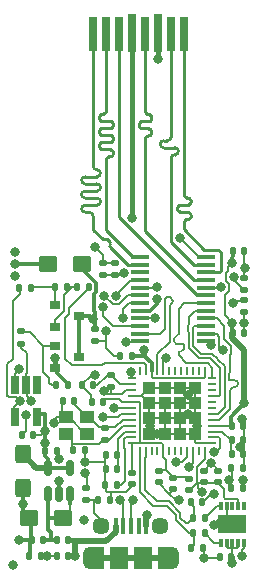
<source format=gtl>
%TF.GenerationSoftware,KiCad,Pcbnew,6.0.6*%
%TF.CreationDate,2022-08-23T18:22:02-07:00*%
%TF.ProjectId,SDWire,53445769-7265-42e6-9b69-6361645f7063,1.4 r1*%
%TF.SameCoordinates,Original*%
%TF.FileFunction,Copper,L1,Top*%
%TF.FilePolarity,Positive*%
%FSLAX46Y46*%
G04 Gerber Fmt 4.6, Leading zero omitted, Abs format (unit mm)*
G04 Created by KiCad (PCBNEW 6.0.6) date 2022-08-23 18:22:02*
%MOMM*%
%LPD*%
G01*
G04 APERTURE LIST*
G04 Aperture macros list*
%AMRoundRect*
0 Rectangle with rounded corners*
0 $1 Rounding radius*
0 $2 $3 $4 $5 $6 $7 $8 $9 X,Y pos of 4 corners*
0 Add a 4 corners polygon primitive as box body*
4,1,4,$2,$3,$4,$5,$6,$7,$8,$9,$2,$3,0*
0 Add four circle primitives for the rounded corners*
1,1,$1+$1,$2,$3*
1,1,$1+$1,$4,$5*
1,1,$1+$1,$6,$7*
1,1,$1+$1,$8,$9*
0 Add four rect primitives between the rounded corners*
20,1,$1+$1,$2,$3,$4,$5,0*
20,1,$1+$1,$4,$5,$6,$7,0*
20,1,$1+$1,$6,$7,$8,$9,0*
20,1,$1+$1,$8,$9,$2,$3,0*%
G04 Aperture macros list end*
%TA.AperFunction,SMDPad,CuDef*%
%ADD10RoundRect,0.140000X0.170000X-0.140000X0.170000X0.140000X-0.170000X0.140000X-0.170000X-0.140000X0*%
%TD*%
%TA.AperFunction,SMDPad,CuDef*%
%ADD11RoundRect,0.140000X0.140000X0.170000X-0.140000X0.170000X-0.140000X-0.170000X0.140000X-0.170000X0*%
%TD*%
%TA.AperFunction,SMDPad,CuDef*%
%ADD12RoundRect,0.140000X-0.140000X-0.170000X0.140000X-0.170000X0.140000X0.170000X-0.140000X0.170000X0*%
%TD*%
%TA.AperFunction,SMDPad,CuDef*%
%ADD13RoundRect,0.250000X0.537500X0.425000X-0.537500X0.425000X-0.537500X-0.425000X0.537500X-0.425000X0*%
%TD*%
%TA.AperFunction,SMDPad,CuDef*%
%ADD14RoundRect,0.140000X-0.170000X0.140000X-0.170000X-0.140000X0.170000X-0.140000X0.170000X0.140000X0*%
%TD*%
%TA.AperFunction,SMDPad,CuDef*%
%ADD15RoundRect,0.250000X-0.425000X0.537500X-0.425000X-0.537500X0.425000X-0.537500X0.425000X0.537500X0*%
%TD*%
%TA.AperFunction,SMDPad,CuDef*%
%ADD16RoundRect,0.147500X-0.147500X-0.172500X0.147500X-0.172500X0.147500X0.172500X-0.147500X0.172500X0*%
%TD*%
%TA.AperFunction,SMDPad,CuDef*%
%ADD17R,0.800000X2.900000*%
%TD*%
%TA.AperFunction,SMDPad,CuDef*%
%ADD18R,0.800000X3.200000*%
%TD*%
%TA.AperFunction,SMDPad,CuDef*%
%ADD19R,0.400000X1.350000*%
%TD*%
%TA.AperFunction,SMDPad,CuDef*%
%ADD20R,1.200000X1.900000*%
%TD*%
%TA.AperFunction,ComponentPad*%
%ADD21C,1.450000*%
%TD*%
%TA.AperFunction,ComponentPad*%
%ADD22O,1.200000X1.900000*%
%TD*%
%TA.AperFunction,SMDPad,CuDef*%
%ADD23R,1.500000X1.900000*%
%TD*%
%TA.AperFunction,SMDPad,CuDef*%
%ADD24R,0.900000X0.800000*%
%TD*%
%TA.AperFunction,SMDPad,CuDef*%
%ADD25RoundRect,0.135000X0.185000X-0.135000X0.185000X0.135000X-0.185000X0.135000X-0.185000X-0.135000X0*%
%TD*%
%TA.AperFunction,SMDPad,CuDef*%
%ADD26RoundRect,0.135000X-0.135000X-0.185000X0.135000X-0.185000X0.135000X0.185000X-0.135000X0.185000X0*%
%TD*%
%TA.AperFunction,SMDPad,CuDef*%
%ADD27RoundRect,0.135000X-0.185000X0.135000X-0.185000X-0.135000X0.185000X-0.135000X0.185000X0.135000X0*%
%TD*%
%TA.AperFunction,SMDPad,CuDef*%
%ADD28RoundRect,0.135000X0.135000X0.185000X-0.135000X0.185000X-0.135000X-0.185000X0.135000X-0.185000X0*%
%TD*%
%TA.AperFunction,SMDPad,CuDef*%
%ADD29R,0.250000X0.700000*%
%TD*%
%TA.AperFunction,SMDPad,CuDef*%
%ADD30R,0.700000X0.250000*%
%TD*%
%TA.AperFunction,SMDPad,CuDef*%
%ADD31R,1.000000X1.000000*%
%TD*%
%TA.AperFunction,SMDPad,CuDef*%
%ADD32R,0.300000X0.650000*%
%TD*%
%TA.AperFunction,SMDPad,CuDef*%
%ADD33R,2.480000X1.550000*%
%TD*%
%TA.AperFunction,SMDPad,CuDef*%
%ADD34R,0.650000X1.560000*%
%TD*%
%TA.AperFunction,SMDPad,CuDef*%
%ADD35R,1.600000X0.350000*%
%TD*%
%TA.AperFunction,SMDPad,CuDef*%
%ADD36RoundRect,0.150000X0.150000X-0.512500X0.150000X0.512500X-0.150000X0.512500X-0.150000X-0.512500X0*%
%TD*%
%TA.AperFunction,SMDPad,CuDef*%
%ADD37RoundRect,0.147500X0.147500X0.172500X-0.147500X0.172500X-0.147500X-0.172500X0.147500X-0.172500X0*%
%TD*%
%TA.AperFunction,ComponentPad*%
%ADD38C,0.800000*%
%TD*%
%TA.AperFunction,SMDPad,CuDef*%
%ADD39R,1.150000X1.000000*%
%TD*%
%TA.AperFunction,SMDPad,CuDef*%
%ADD40RoundRect,0.147500X0.172500X-0.147500X0.172500X0.147500X-0.172500X0.147500X-0.172500X-0.147500X0*%
%TD*%
%TA.AperFunction,ViaPad*%
%ADD41C,0.800000*%
%TD*%
%TA.AperFunction,Conductor*%
%ADD42C,0.200000*%
%TD*%
%TA.AperFunction,Conductor*%
%ADD43C,0.250000*%
%TD*%
%TA.AperFunction,Conductor*%
%ADD44C,0.300000*%
%TD*%
%TA.AperFunction,Conductor*%
%ADD45C,0.400000*%
%TD*%
%TA.AperFunction,Conductor*%
%ADD46C,0.500000*%
%TD*%
G04 APERTURE END LIST*
D10*
X143357600Y-126680000D03*
X143357600Y-125720000D03*
D11*
X144030000Y-117000000D03*
X143070000Y-117000000D03*
D12*
X142320000Y-122500000D03*
X143280000Y-122500000D03*
D11*
X142380000Y-118300000D03*
X141420000Y-118300000D03*
X146030000Y-122900000D03*
X145070000Y-122900000D03*
D12*
X155720000Y-121600000D03*
X156680000Y-121600000D03*
X155720000Y-122800000D03*
X156680000Y-122800000D03*
D13*
X141442300Y-128219200D03*
X138567300Y-128219200D03*
D12*
X139970000Y-122529600D03*
X140930000Y-122529600D03*
D14*
X147300000Y-124420000D03*
X147300000Y-125380000D03*
D11*
X147280000Y-114500000D03*
X146320000Y-114500000D03*
D15*
X138047300Y-122782226D03*
X138047300Y-125657226D03*
D11*
X144853600Y-118364000D03*
X143893600Y-118364000D03*
D14*
X150800000Y-124820000D03*
X150800000Y-125780000D03*
D12*
X155720000Y-120400000D03*
X156680000Y-120400000D03*
D10*
X154600000Y-125180000D03*
X154600000Y-124220000D03*
X153400000Y-125180000D03*
X153400000Y-124220000D03*
D12*
X152320000Y-130800000D03*
X153280000Y-130800000D03*
X152270000Y-126900000D03*
X153230000Y-126900000D03*
D11*
X155680000Y-131500000D03*
X154720000Y-131500000D03*
X138910000Y-121208800D03*
X137950000Y-121208800D03*
D14*
X144145000Y-112245200D03*
X144145000Y-113205200D03*
D13*
X143037500Y-106700000D03*
X140162500Y-106700000D03*
D16*
X155715000Y-125679200D03*
X156685000Y-125679200D03*
D17*
X144000000Y-87280000D03*
X145100000Y-87280000D03*
X146200000Y-87280000D03*
D18*
X147300000Y-87130000D03*
D17*
X148400000Y-87280000D03*
D18*
X149500000Y-87130000D03*
D17*
X150600000Y-87280000D03*
X151700000Y-87280000D03*
D16*
X140912300Y-130094726D03*
X141882300Y-130094726D03*
X142665000Y-108700000D03*
X143635000Y-108700000D03*
D19*
X145900000Y-128941100D03*
X146550000Y-128941100D03*
X147200000Y-128941100D03*
X147850000Y-128941100D03*
X148500000Y-128941100D03*
D20*
X150100000Y-131641100D03*
D21*
X144700000Y-128941100D03*
X149700000Y-128941100D03*
D22*
X150700000Y-131641100D03*
D20*
X144300000Y-131641100D03*
D23*
X148200000Y-131641100D03*
D22*
X143700000Y-131641100D03*
D23*
X146200000Y-131641100D03*
D24*
X140800000Y-110150000D03*
X140800000Y-112050000D03*
X142800000Y-111100000D03*
X140800000Y-113650000D03*
X140800000Y-115550000D03*
X142800000Y-114600000D03*
D25*
X145500000Y-117160000D03*
X145500000Y-116140000D03*
D26*
X144422400Y-126695200D03*
X145442400Y-126695200D03*
D27*
X144983200Y-120597200D03*
X144983200Y-121617200D03*
D28*
X146060000Y-125400000D03*
X145040000Y-125400000D03*
D26*
X155690000Y-124000000D03*
X156710000Y-124000000D03*
D28*
X153510000Y-129500000D03*
X152490000Y-129500000D03*
X153510000Y-128200000D03*
X152490000Y-128200000D03*
D26*
X140740000Y-108700000D03*
X141760000Y-108700000D03*
X140840000Y-117000000D03*
X141860000Y-117000000D03*
D29*
X147950000Y-122550000D03*
X148450000Y-122550000D03*
X148950000Y-122550000D03*
X149450000Y-122550000D03*
X149950000Y-122550000D03*
X150450000Y-122550000D03*
X150950000Y-122550000D03*
X151450000Y-122550000D03*
X151950000Y-122550000D03*
X152450000Y-122550000D03*
X152950000Y-122550000D03*
X153450000Y-122550000D03*
D30*
X154100000Y-121900000D03*
X154100000Y-121400000D03*
X154100000Y-120900000D03*
X154100000Y-120400000D03*
X154100000Y-119900000D03*
X154100000Y-119400000D03*
X154100000Y-118900000D03*
X154100000Y-118400000D03*
X154100000Y-117900000D03*
X154100000Y-117400000D03*
X154100000Y-116900000D03*
X154100000Y-116400000D03*
D29*
X153450000Y-115750000D03*
X152950000Y-115750000D03*
X152450000Y-115750000D03*
X151950000Y-115750000D03*
X151450000Y-115750000D03*
X150950000Y-115750000D03*
X150450000Y-115750000D03*
X149950000Y-115750000D03*
X149450000Y-115750000D03*
X148950000Y-115750000D03*
X148450000Y-115750000D03*
X147950000Y-115750000D03*
D30*
X147300000Y-116400000D03*
X147300000Y-116900000D03*
X147300000Y-117400000D03*
X147300000Y-117900000D03*
X147300000Y-118400000D03*
X147300000Y-118900000D03*
X147300000Y-119400000D03*
X147300000Y-119900000D03*
X147300000Y-120400000D03*
X147300000Y-120900000D03*
X147300000Y-121400000D03*
X147300000Y-121900000D03*
D31*
X151343750Y-119793750D03*
X148768750Y-121081250D03*
X151343750Y-117218750D03*
X150056250Y-118506250D03*
X148768750Y-119793750D03*
X152631250Y-119793750D03*
X148768750Y-118506250D03*
X152631250Y-118506250D03*
X151343750Y-118506250D03*
X151343750Y-121081250D03*
X152631250Y-117218750D03*
X148768750Y-117218750D03*
X150056250Y-119793750D03*
X150056250Y-117218750D03*
X150056250Y-121081250D03*
X152631250Y-121081250D03*
D32*
X154800000Y-130300000D03*
X155300000Y-130300000D03*
X155800000Y-130300000D03*
X156300000Y-130300000D03*
X156800000Y-130300000D03*
X156800000Y-127200000D03*
X156300000Y-127200000D03*
X155800000Y-127200000D03*
X155300000Y-127200000D03*
X154800000Y-127200000D03*
D33*
X155800000Y-128750000D03*
D34*
X139250000Y-116950000D03*
X138300000Y-116950000D03*
X137350000Y-116950000D03*
X137350000Y-119650000D03*
X139250000Y-119650000D03*
D35*
X148000000Y-106125000D03*
X148000000Y-106775000D03*
X148000000Y-107425000D03*
X148000000Y-108075000D03*
X148000000Y-108725000D03*
X148000000Y-109375000D03*
X148000000Y-110025000D03*
X148000000Y-110675000D03*
X148000000Y-111325000D03*
X148000000Y-111975000D03*
X148000000Y-112625000D03*
X148000000Y-113275000D03*
X153600000Y-113275000D03*
X153600000Y-112625000D03*
X153600000Y-111975000D03*
X153600000Y-111325000D03*
X153600000Y-110675000D03*
X153600000Y-110025000D03*
X153600000Y-109375000D03*
X153600000Y-108725000D03*
X153600000Y-108075000D03*
X153600000Y-107425000D03*
X153600000Y-106775000D03*
X153600000Y-106125000D03*
D36*
X140147300Y-126232226D03*
X141097300Y-126232226D03*
X142047300Y-126232226D03*
X142047300Y-123957226D03*
X140147300Y-123957226D03*
D28*
X139610000Y-131400000D03*
X138590000Y-131400000D03*
D25*
X156800000Y-110810000D03*
X156800000Y-109790000D03*
D27*
X156800000Y-107890000D03*
X156800000Y-108910000D03*
D16*
X140915000Y-131400000D03*
X141885000Y-131400000D03*
D37*
X156785000Y-112600000D03*
X155815000Y-112600000D03*
X156785000Y-105600000D03*
X155815000Y-105600000D03*
D38*
X145100000Y-112400000D03*
X137400000Y-105700000D03*
X137400000Y-106700000D03*
X137400000Y-107700000D03*
X144200000Y-105300000D03*
X143300000Y-123500000D03*
X143300000Y-124400000D03*
X143200000Y-128400000D03*
X148590000Y-127965200D03*
X151300000Y-126700000D03*
X154200000Y-126200000D03*
X154200000Y-128800000D03*
X153400000Y-131600000D03*
X152800000Y-120400000D03*
X152000000Y-119400000D03*
X149400000Y-121100000D03*
X148800000Y-120400000D03*
D39*
X141725000Y-121100000D03*
X143475000Y-121100000D03*
X143475000Y-119700000D03*
X141725000Y-119700000D03*
D38*
X137720000Y-115620000D03*
D27*
X137920000Y-112430000D03*
X137920000Y-113450000D03*
D28*
X138750000Y-108760000D03*
X137730000Y-108760000D03*
D40*
X152100000Y-125885000D03*
X152100000Y-124915000D03*
D14*
X149600000Y-124220000D03*
X149600000Y-125180000D03*
D11*
X146030000Y-124100000D03*
X145070000Y-124100000D03*
X139777300Y-130094726D03*
X138817300Y-130094726D03*
D38*
X151993600Y-117805200D03*
D10*
X145846800Y-107617200D03*
X145846800Y-106657200D03*
D38*
X137210800Y-132232400D03*
D25*
X144830800Y-107647200D03*
X144830800Y-106627200D03*
D41*
X149500000Y-89400000D03*
X154800000Y-108700000D03*
X144170400Y-116078000D03*
X149400000Y-108700000D03*
X156427624Y-122203606D03*
X138300000Y-119500000D03*
X138047300Y-127000000D03*
X137700000Y-130100000D03*
X141100000Y-125100000D03*
X140652710Y-120200010D03*
X141126371Y-123255226D03*
X156644968Y-119800000D03*
X154000000Y-123600000D03*
X144951364Y-117459998D03*
X148300000Y-114040002D03*
X156800000Y-118500000D03*
X153200000Y-126000000D03*
X139900000Y-121900000D03*
X155800000Y-106600000D03*
X155800000Y-132000000D03*
X139918535Y-120864156D03*
X155800000Y-111700000D03*
X149400000Y-109700000D03*
X144018000Y-111353600D03*
X155510106Y-124984694D03*
X147225521Y-115901471D03*
X156667200Y-124968000D03*
X140800000Y-114650096D03*
X147300000Y-102800000D03*
X146500000Y-111300000D03*
X142450000Y-131400000D03*
X144877814Y-119712151D03*
X146300058Y-126700000D03*
X145800000Y-118900000D03*
X147400016Y-126700000D03*
X155000000Y-114000000D03*
X151400000Y-104500000D03*
X138772656Y-118300005D03*
X156640042Y-131400000D03*
X155909930Y-107800000D03*
X154000000Y-113600000D03*
X150200000Y-114700000D03*
X155853956Y-110027565D03*
X137782706Y-118310087D03*
X154200000Y-122625002D03*
X140100000Y-131400000D03*
X156800000Y-111700000D03*
X156870400Y-107035600D03*
X151057012Y-123490002D03*
X152114054Y-123911755D03*
X145948400Y-109423200D03*
X144933873Y-109400211D03*
X144830800Y-110388400D03*
X149200000Y-111325000D03*
X146800000Y-113300000D03*
X146610498Y-107442000D03*
D42*
X149450000Y-115750000D02*
X149450000Y-114350000D01*
X149450000Y-114350000D02*
X150500000Y-113300000D01*
X150500000Y-113300000D02*
X150500000Y-110266400D01*
X150500000Y-110266400D02*
X150723600Y-109880400D01*
X150723600Y-109880400D02*
X150469600Y-109474000D01*
X150469600Y-109474000D02*
X150317200Y-109474000D01*
X150317200Y-109474000D02*
X150114000Y-109575600D01*
X150114000Y-109575600D02*
X150114000Y-112186000D01*
X150114000Y-112186000D02*
X149675000Y-112625000D01*
X149675000Y-112625000D02*
X148000000Y-112625000D01*
X151231600Y-114452400D02*
X151231600Y-114300000D01*
X151481600Y-113450000D02*
X151231600Y-113450000D01*
X154100000Y-116400000D02*
X154100000Y-115500000D01*
X151879200Y-115100000D02*
X151231600Y-114452400D01*
X154100000Y-115500000D02*
X153700000Y-115100000D01*
X151481600Y-114050000D02*
G75*
G03*
X151231600Y-114300000I0J-250000D01*
G01*
X151056600Y-112850000D02*
G75*
G03*
X150881600Y-113025000I0J-175000D01*
G01*
X150881600Y-113275000D02*
G75*
G03*
X151056600Y-113450000I175000J0D01*
G01*
X151731600Y-113800000D02*
X151731600Y-113700000D01*
X151481600Y-113450000D02*
G75*
G02*
X151731600Y-113700000I0J-250000D01*
G01*
X151231600Y-112675000D02*
G75*
G02*
X151056600Y-112850000I-175000J0D01*
G01*
X151731600Y-113800000D02*
G75*
G02*
X151481600Y-114050000I-250000J0D01*
G01*
X153700000Y-115100000D02*
X151879200Y-115100000D01*
X151231600Y-113450000D02*
X151056600Y-113450000D01*
X150881600Y-113275000D02*
X150881600Y-113025000D01*
X151231600Y-112675000D02*
X151231600Y-112453586D01*
X151231600Y-112453586D02*
X151231600Y-110490000D01*
X151231600Y-110490000D02*
X151696600Y-110025000D01*
X151696600Y-110025000D02*
X153600000Y-110025000D01*
X155900011Y-116549989D02*
X155550011Y-116549989D01*
X155500011Y-116499989D02*
G75*
G03*
X155550011Y-116549989I49989J-11D01*
G01*
X155900011Y-117149989D02*
X155975662Y-117149989D01*
X154680702Y-119900000D02*
X155600011Y-118980691D01*
X155600011Y-115899989D02*
X155600011Y-114965007D01*
X154100000Y-119900000D02*
X154680702Y-119900000D01*
X155550011Y-115950011D02*
G75*
G03*
X155500011Y-115999989I-11J-49989D01*
G01*
X155975662Y-116549989D02*
X155900011Y-116549989D01*
X155599989Y-115899989D02*
G75*
G02*
X155550011Y-115949989I-49989J-11D01*
G01*
X155600011Y-118980691D02*
X155600011Y-117449989D01*
X155500011Y-116499989D02*
X155500011Y-115999989D01*
X155975662Y-116550038D02*
G75*
G02*
X156275662Y-116849989I38J-299962D01*
G01*
X155700000Y-114350800D02*
X155700000Y-113700000D01*
X156275689Y-116849989D02*
G75*
G02*
X155975662Y-117149989I-299989J-11D01*
G01*
X155900011Y-117150011D02*
G75*
G03*
X155600011Y-117449989I-11J-299989D01*
G01*
X155700000Y-113700000D02*
X155100012Y-113100012D01*
X155600011Y-114965007D02*
X155600011Y-114450789D01*
X155600011Y-114450789D02*
X155700000Y-114350800D01*
X155100012Y-113100012D02*
X155100012Y-111970812D01*
X155100012Y-111970812D02*
X154454200Y-111325000D01*
X154454200Y-111325000D02*
X153600000Y-111325000D01*
X151999988Y-112426012D02*
X151999988Y-111926012D01*
X152099988Y-111826012D02*
X152099988Y-111326012D01*
X152049988Y-112476012D02*
G75*
G02*
X152099988Y-112526012I12J-49988D01*
G01*
X152099988Y-113855690D02*
X152099988Y-112526012D01*
X154750001Y-117799999D02*
X154750001Y-115519121D01*
X153930880Y-114700000D02*
X152944298Y-114700000D01*
X154750001Y-115519121D02*
X153930880Y-114700000D01*
X154650000Y-117900000D02*
X154750001Y-117799999D01*
X154100000Y-117900000D02*
X154650000Y-117900000D01*
X151999988Y-112426012D02*
G75*
G03*
X152049988Y-112476012I50012J12D01*
G01*
X152100012Y-111826012D02*
G75*
G02*
X152049988Y-111876012I-50012J12D01*
G01*
X152049988Y-111875988D02*
G75*
G03*
X151999988Y-111926012I12J-50012D01*
G01*
X152099988Y-111326012D02*
X152099988Y-111175012D01*
X152944298Y-114700000D02*
X152099988Y-113855690D01*
X152600000Y-110675000D02*
X153600000Y-110675000D01*
X152099988Y-111175012D02*
X152600000Y-110675000D01*
D43*
X149970036Y-96268000D02*
X150300000Y-96268000D01*
X150900000Y-96868000D02*
X149970036Y-96868000D01*
X150600000Y-104825000D02*
X150600000Y-97768000D01*
X152550000Y-106775000D02*
X150600000Y-104825000D01*
X150900000Y-97468000D02*
X150929964Y-97468000D01*
X149670000Y-96568000D02*
G75*
G03*
X149970036Y-96868000I300000J0D01*
G01*
X153600000Y-106775000D02*
X152550000Y-106775000D01*
X150600000Y-95968000D02*
G75*
G02*
X150300000Y-96268000I-300000J0D01*
G01*
X150600000Y-92802970D02*
X150600000Y-87280000D01*
X149970036Y-96268036D02*
G75*
G03*
X149670036Y-96568000I-36J-299964D01*
G01*
X150929964Y-96868036D02*
G75*
G02*
X151229964Y-97168000I36J-299964D01*
G01*
X151230000Y-97168000D02*
G75*
G02*
X150929964Y-97468000I-300000J0D01*
G01*
X150929964Y-96868000D02*
X150900000Y-96868000D01*
X150900000Y-97468000D02*
G75*
G03*
X150600000Y-97768000I0J-300000D01*
G01*
X150600000Y-95968000D02*
X150600000Y-92802970D01*
D42*
X154100000Y-119400000D02*
X154615002Y-119400000D01*
X154615002Y-119400000D02*
X155150012Y-118864990D01*
X154610587Y-114814007D02*
X154610587Y-114808686D01*
X152499999Y-112075001D02*
X152600000Y-111975000D01*
X155150012Y-118864990D02*
X155150012Y-115353432D01*
X152499999Y-113690001D02*
X152499999Y-112075001D01*
X155150012Y-115353432D02*
X154610587Y-114814007D01*
X154610587Y-114808686D02*
X154584325Y-114787744D01*
X154584325Y-114787744D02*
X154096581Y-114300000D01*
X153109998Y-114300000D02*
X152499999Y-113690001D01*
X154096581Y-114300000D02*
X153109998Y-114300000D01*
X152600000Y-111975000D02*
X153600000Y-111975000D01*
D44*
X137705274Y-130094726D02*
X137700000Y-130100000D01*
D42*
X147300000Y-117900000D02*
X148087500Y-117900000D01*
X151737500Y-119400000D02*
X151343750Y-119793750D01*
X145500000Y-126200000D02*
X145500000Y-126000000D01*
X141350000Y-119325000D02*
X141725000Y-119700000D01*
X150056250Y-119793750D02*
X151343750Y-119793750D01*
X150056250Y-118506250D02*
X150056250Y-119793750D01*
D44*
X140225000Y-106700000D02*
X137400000Y-106700000D01*
D42*
X145500000Y-126700000D02*
X145500000Y-126200000D01*
D44*
X138747300Y-130094726D02*
X137705274Y-130094726D01*
X156420000Y-128362500D02*
X154637500Y-128362500D01*
D42*
X145000000Y-125300000D02*
X145100000Y-125400000D01*
X156750000Y-121600000D02*
X156750000Y-122200000D01*
X145750000Y-114500000D02*
X145100000Y-113850000D01*
X148800000Y-121050000D02*
X148768750Y-121081250D01*
X145100000Y-125900000D02*
X145100000Y-125400000D01*
X143850000Y-117850000D02*
X143000000Y-117000000D01*
X141725000Y-119700000D02*
X140950000Y-119700000D01*
X150056250Y-117218750D02*
X151343750Y-117218750D01*
X156750000Y-120400000D02*
X156750000Y-121600000D01*
X145000000Y-122900000D02*
X145000000Y-123500000D01*
D44*
X138047300Y-127636700D02*
X138629800Y-128219200D01*
D42*
X151000000Y-126700000D02*
X151300000Y-126700000D01*
X148162500Y-117900000D02*
X148768750Y-118506250D01*
X152631250Y-118506250D02*
X152631250Y-119793750D01*
X151343750Y-118506250D02*
X152631250Y-118506250D01*
X153350000Y-130800000D02*
X153350000Y-131550000D01*
X154000000Y-126200000D02*
X153300000Y-126900000D01*
D44*
X138747300Y-128336700D02*
X138629800Y-128219200D01*
D42*
X156750000Y-123900000D02*
X156650000Y-124000000D01*
X143500000Y-125650000D02*
X143500000Y-124600000D01*
X147300000Y-125450000D02*
X147300000Y-125500000D01*
X154100000Y-121900000D02*
X152750000Y-121900000D01*
D44*
X154200000Y-128800000D02*
X156082500Y-128800000D01*
D42*
X149381250Y-121081250D02*
X149400000Y-121100000D01*
X145100000Y-113248400D02*
X145100000Y-112400000D01*
X143850000Y-117850000D02*
X143850000Y-118300000D01*
X154775000Y-108725000D02*
X154800000Y-108700000D01*
X145000000Y-123500000D02*
X145000000Y-124100000D01*
X145073200Y-113275200D02*
X145100000Y-113248400D01*
D44*
X138047300Y-127000000D02*
X138047300Y-127636700D01*
D42*
X155300000Y-128242500D02*
X155180000Y-128362500D01*
X150800000Y-125850000D02*
X150750000Y-125850000D01*
X154050000Y-123600000D02*
X154600000Y-124150000D01*
X145000000Y-124100000D02*
X145000000Y-125300000D01*
D44*
X138047300Y-125594726D02*
X138047300Y-127000000D01*
D42*
X137350000Y-115990000D02*
X137720000Y-115620000D01*
X156431230Y-122200000D02*
X156427624Y-122203606D01*
X153350000Y-131550000D02*
X153400000Y-131600000D01*
X140652710Y-119997290D02*
X140652710Y-120200010D01*
X143922000Y-116078000D02*
X144170400Y-116078000D01*
X143350000Y-122500000D02*
X143350000Y-123450000D01*
D44*
X138650000Y-130192026D02*
X138747300Y-130094726D01*
D42*
X145200000Y-126000000D02*
X145100000Y-125900000D01*
D44*
X138747300Y-130094726D02*
X138747300Y-128336700D01*
D42*
X148768750Y-121081250D02*
X148768750Y-119793750D01*
X144860800Y-106657200D02*
X144830800Y-106627200D01*
X152631250Y-117218750D02*
X152631250Y-118506250D01*
D44*
X156750000Y-120400000D02*
X156750000Y-119850000D01*
D42*
X144145000Y-113275200D02*
X145073200Y-113275200D01*
X148768750Y-120368750D02*
X148800000Y-120400000D01*
X148000000Y-108725000D02*
X149375000Y-108725000D01*
X141725000Y-119700000D02*
X141940002Y-119700000D01*
X143340002Y-121100000D02*
X143475000Y-121100000D01*
X150037500Y-121100000D02*
X150056250Y-121081250D01*
X143500000Y-124600000D02*
X143300000Y-124400000D01*
X143000000Y-117000000D02*
X143922000Y-116078000D01*
D45*
X149500000Y-87130000D02*
X149500000Y-89400000D01*
D42*
X152000000Y-119400000D02*
X151737500Y-119400000D01*
X153600000Y-108725000D02*
X154775000Y-108725000D01*
X138300000Y-120858800D02*
X138300000Y-119500000D01*
D46*
X148500000Y-128055200D02*
X148590000Y-127965200D01*
D42*
X153400000Y-131600000D02*
X154550000Y-131600000D01*
X145100000Y-113850000D02*
X145100000Y-113248400D01*
D44*
X141097300Y-126194726D02*
X141097300Y-125102700D01*
D42*
X146800000Y-126000000D02*
X145500000Y-126000000D01*
X154000000Y-123600000D02*
X154050000Y-123600000D01*
X154200000Y-126200000D02*
X154000000Y-126200000D01*
X153450000Y-124150000D02*
X154000000Y-123600000D01*
X140930000Y-123058855D02*
X141126371Y-123255226D01*
X155180000Y-128362500D02*
X155180000Y-129137500D01*
X148768750Y-119793750D02*
X150056250Y-119793750D01*
X155300000Y-127200000D02*
X155300000Y-128242500D01*
X152631250Y-121081250D02*
X152631250Y-119793750D01*
X148768750Y-118506250D02*
X148768750Y-119793750D01*
D46*
X148500000Y-128941100D02*
X148500000Y-128055200D01*
D42*
X152750000Y-121900000D02*
X152631250Y-121781250D01*
X149600000Y-125250000D02*
X149600000Y-125300000D01*
X141350000Y-118300000D02*
X141350000Y-119325000D01*
X150750000Y-125850000D02*
X150450000Y-126150000D01*
X152631250Y-119793750D02*
X151343750Y-119793750D01*
X151343750Y-121081250D02*
X152631250Y-121081250D01*
X156750000Y-122800000D02*
X156750000Y-123900000D01*
X145500000Y-126000000D02*
X145200000Y-126000000D01*
X149400000Y-121100000D02*
X150037500Y-121100000D01*
X154550000Y-131600000D02*
X154650000Y-131500000D01*
X149375000Y-108725000D02*
X149400000Y-108700000D01*
X144830800Y-106627200D02*
X144830800Y-105930800D01*
D44*
X156750000Y-119850000D02*
X156700000Y-119800000D01*
D42*
X140950000Y-119700000D02*
X140652710Y-119997290D01*
X140930000Y-122529600D02*
X140930000Y-123058855D01*
X151343750Y-118506250D02*
X151343750Y-119793750D01*
X141940002Y-119700000D02*
X143340002Y-121100000D01*
X143300000Y-123500000D02*
X145000000Y-123500000D01*
X137950000Y-121208800D02*
X138300000Y-120858800D01*
X156750000Y-122200000D02*
X156750000Y-122800000D01*
X148087500Y-117900000D02*
X148768750Y-117218750D01*
X149600000Y-125300000D02*
X150450000Y-126150000D01*
X150056250Y-118506250D02*
X151343750Y-118506250D01*
X152631250Y-121781250D02*
X152631250Y-121081250D01*
X148768750Y-117218750D02*
X150056250Y-117218750D01*
D44*
X156700000Y-119800000D02*
X156644968Y-119800000D01*
D42*
X145846800Y-106657200D02*
X144860800Y-106657200D01*
D44*
X141097300Y-125102700D02*
X141100000Y-125100000D01*
D42*
X153400000Y-124150000D02*
X153450000Y-124150000D01*
X148768750Y-121081250D02*
X149381250Y-121081250D01*
X148087500Y-117900000D02*
X148162500Y-117900000D01*
X150450000Y-126150000D02*
X151000000Y-126700000D01*
X151343750Y-121081250D02*
X151343750Y-119793750D01*
X143350000Y-123450000D02*
X143300000Y-123500000D01*
X146250000Y-114500000D02*
X145750000Y-114500000D01*
X148768750Y-119793750D02*
X148768750Y-120368750D01*
X156750000Y-122200000D02*
X156431230Y-122200000D01*
X147300000Y-125500000D02*
X146800000Y-126000000D01*
D44*
X154637500Y-128362500D02*
X154200000Y-128800000D01*
X138650000Y-131400000D02*
X138650000Y-130192026D01*
D42*
X150056250Y-121081250D02*
X151343750Y-121081250D01*
X151343750Y-117218750D02*
X152631250Y-117218750D01*
X137350000Y-117200000D02*
X137350000Y-115990000D01*
X148768750Y-118506250D02*
X150056250Y-118506250D01*
X144830800Y-105930800D02*
X144200000Y-105300000D01*
X148800000Y-120400000D02*
X148800000Y-121050000D01*
X150056250Y-119793750D02*
X150056250Y-121081250D01*
X144417600Y-126700000D02*
X144100000Y-126700000D01*
X144422400Y-126695200D02*
X144417600Y-126700000D01*
X144100000Y-126700000D02*
X144100000Y-127800000D01*
X143550000Y-126700000D02*
X143500000Y-126750000D01*
X144100000Y-127800000D02*
X144700000Y-128400000D01*
D46*
X150700000Y-131641100D02*
X143700000Y-131641100D01*
D42*
X144700000Y-128400000D02*
X144700000Y-128941100D01*
X144100000Y-126700000D02*
X143550000Y-126700000D01*
X147300000Y-116900000D02*
X146300000Y-116900000D01*
X145600000Y-116200000D02*
X145500000Y-116200000D01*
X145166000Y-116200000D02*
X145500000Y-116200000D01*
X146300000Y-116900000D02*
X145600000Y-116200000D01*
X144100000Y-117000000D02*
X144366000Y-117000000D01*
X144366000Y-117000000D02*
X145166000Y-116200000D01*
X145348500Y-121617200D02*
X146565700Y-120400000D01*
X142250000Y-122000000D02*
X142310000Y-121940000D01*
X142250000Y-122000000D02*
X142250000Y-121625000D01*
X142250000Y-121625000D02*
X141725000Y-121100000D01*
X145348500Y-121617200D02*
X144983200Y-121617200D01*
X146565700Y-120400000D02*
X147300000Y-120400000D01*
X142250000Y-122500000D02*
X142250000Y-122000000D01*
X144983200Y-121617200D02*
X144832800Y-121617200D01*
X142310000Y-121940000D02*
X144510000Y-121940000D01*
X144832800Y-121617200D02*
X144510000Y-121940000D01*
X145850000Y-120550000D02*
X146500000Y-119900000D01*
X143475000Y-119700000D02*
X143650000Y-119700000D01*
X145000000Y-120550000D02*
X145850000Y-120550000D01*
X143650000Y-119700000D02*
X144500000Y-120550000D01*
X142450000Y-118300000D02*
X142450000Y-118675000D01*
X144500000Y-120550000D02*
X145000000Y-120550000D01*
X142450000Y-118675000D02*
X143475000Y-119700000D01*
X146500000Y-119900000D02*
X147300000Y-119900000D01*
X146100000Y-124100000D02*
X146100000Y-122900000D01*
X146719298Y-120900000D02*
X146750000Y-120900000D01*
X146100000Y-122900000D02*
X146100000Y-121519298D01*
X146750000Y-120900000D02*
X147300000Y-120900000D01*
X146100000Y-121519298D02*
X146719298Y-120900000D01*
X155650000Y-122800000D02*
X155650000Y-121600000D01*
X155650000Y-121600000D02*
X154950000Y-120900000D01*
X154950000Y-120900000D02*
X154100000Y-120900000D01*
D44*
X140147300Y-127024726D02*
X140197301Y-127074727D01*
X140200000Y-128147426D02*
X140200000Y-128100000D01*
X140400000Y-129400000D02*
X140400000Y-130094726D01*
X141379800Y-128219200D02*
X140271774Y-128219200D01*
X140271774Y-128219200D02*
X140200000Y-128147426D01*
D42*
X142047300Y-127614200D02*
X141442300Y-128219200D01*
D44*
X140400000Y-130094726D02*
X139847300Y-130094726D01*
X140147300Y-126194726D02*
X140147300Y-127024726D01*
X140200000Y-129200000D02*
X140400000Y-129400000D01*
X140947300Y-130094726D02*
X140400000Y-130094726D01*
X142047300Y-127024726D02*
X142047300Y-126194726D01*
X140200000Y-127077426D02*
X140200000Y-128100000D01*
D42*
X142047300Y-126444726D02*
X142047300Y-127614200D01*
D44*
X140200000Y-128100000D02*
X140200000Y-129200000D01*
X140197301Y-127074727D02*
X140200000Y-127077426D01*
D42*
X152949999Y-125249999D02*
X152849999Y-125249999D01*
X155750000Y-130850000D02*
X155800000Y-130800000D01*
X152849999Y-125650001D02*
X153199998Y-126000000D01*
X147300000Y-117400000D02*
X146800000Y-117400000D01*
X155500000Y-108411272D02*
X155219929Y-108131201D01*
D44*
X139900000Y-123000000D02*
X140147300Y-123247300D01*
D46*
X140147300Y-123994726D02*
X139197300Y-123994726D01*
D42*
X155163954Y-109357248D02*
X155500000Y-109021202D01*
D46*
X139197300Y-123994726D02*
X138047300Y-122844726D01*
D42*
X155184999Y-126584999D02*
X155050000Y-126450000D01*
X152806400Y-125206400D02*
X152849999Y-125249999D01*
X152200000Y-125850000D02*
X152800001Y-125249999D01*
D44*
X139900000Y-121200000D02*
X139900000Y-122100000D01*
D46*
X156800000Y-114036311D02*
X155750000Y-112986311D01*
D44*
X155700000Y-112750000D02*
X155650000Y-112800000D01*
X148950000Y-115098587D02*
X148351413Y-114500000D01*
D42*
X156197002Y-126600000D02*
X156182001Y-126584999D01*
X154600000Y-125300000D02*
X154600000Y-125250000D01*
X155163954Y-111063954D02*
X155163954Y-109357248D01*
X155300000Y-130300000D02*
X155300000Y-130700000D01*
D44*
X156800000Y-118500000D02*
X155650000Y-119650000D01*
D42*
X149050000Y-116400000D02*
X153349999Y-116400001D01*
X152849999Y-125249999D02*
X152849999Y-125650001D01*
X153450000Y-116300000D02*
X153450000Y-115750000D01*
D44*
X148828798Y-110675000D02*
X149400000Y-110103798D01*
X148000000Y-110675000D02*
X148828798Y-110675000D01*
X149400000Y-110103798D02*
X149400000Y-109700000D01*
D42*
X156200000Y-130800000D02*
X156300000Y-130700000D01*
X148950000Y-116300000D02*
X149050000Y-116400000D01*
D44*
X140147300Y-123994726D02*
X142047300Y-123994726D01*
D42*
X138910000Y-121208800D02*
X139573891Y-121208800D01*
X155800000Y-130800000D02*
X156200000Y-130800000D01*
X139573891Y-121208800D02*
X139918535Y-120864156D01*
D46*
X155800000Y-131550000D02*
X155750000Y-131500000D01*
D42*
X155400000Y-130800000D02*
X155800000Y-130800000D01*
D46*
X156800000Y-118500000D02*
X156800000Y-114036311D01*
D42*
X144959998Y-117459998D02*
X145259999Y-117759999D01*
D44*
X148351413Y-114500000D02*
X147950000Y-114500000D01*
D42*
X146440001Y-117759999D02*
X146800000Y-117400000D01*
X145500000Y-117100000D02*
X145500000Y-117759999D01*
X155219929Y-107468799D02*
X155400001Y-107288727D01*
X152806400Y-123874361D02*
X152806400Y-125206400D01*
X148950000Y-115750000D02*
X148950000Y-116300000D01*
X155400001Y-106999999D02*
X155800000Y-106600000D01*
X154100000Y-120400000D02*
X155650000Y-120400000D01*
D44*
X139900000Y-122100000D02*
X139900000Y-122594726D01*
X155800000Y-112265685D02*
X155800000Y-111700000D01*
D42*
X155050000Y-126450000D02*
X155050000Y-125750000D01*
D44*
X139450000Y-119400000D02*
X139900000Y-119400000D01*
D42*
X155750000Y-131500000D02*
X155750000Y-130850000D01*
X153400000Y-125250000D02*
X154600000Y-125250000D01*
X156300000Y-127200000D02*
X156300000Y-126700000D01*
X145259999Y-117759999D02*
X145500000Y-117759999D01*
X155800000Y-130300000D02*
X155800000Y-130800000D01*
X139900000Y-122100000D02*
X139900000Y-121900000D01*
X156300000Y-126700000D02*
X156200000Y-126600000D01*
D44*
X140147300Y-123247300D02*
X140147300Y-123994726D01*
D42*
X153450000Y-123230761D02*
X152806400Y-123874361D01*
X155500000Y-109021202D02*
X155500000Y-108411272D01*
X145500000Y-117759999D02*
X146440001Y-117759999D01*
D44*
X139900000Y-121200000D02*
X139900000Y-119400000D01*
D42*
X155219929Y-108131201D02*
X155219929Y-107468799D01*
X155050000Y-125750000D02*
X154600000Y-125300000D01*
D44*
X155815000Y-105600000D02*
X155800000Y-106600000D01*
D42*
X153349999Y-116400001D02*
X153450000Y-116300000D01*
X153400000Y-125250000D02*
X152949999Y-125249999D01*
X153199998Y-126000000D02*
X153200000Y-126000000D01*
D44*
X139900000Y-120800000D02*
X139900000Y-121200000D01*
D46*
X148300000Y-114040002D02*
X148300000Y-114448587D01*
D42*
X156200000Y-126600000D02*
X156197002Y-126600000D01*
D44*
X139900000Y-122594726D02*
X139900000Y-123000000D01*
D46*
X155800000Y-132000000D02*
X155800000Y-131550000D01*
D42*
X155300000Y-130700000D02*
X155400000Y-130800000D01*
X156182001Y-126584999D02*
X155184999Y-126584999D01*
D44*
X148300000Y-114448587D02*
X148351413Y-114500000D01*
X148950000Y-115750000D02*
X148950000Y-115098587D01*
D46*
X155750000Y-112986311D02*
X155750000Y-112600000D01*
D42*
X144951364Y-117459998D02*
X144959998Y-117459998D01*
X156300000Y-130700000D02*
X156300000Y-130300000D01*
D44*
X155650000Y-119650000D02*
X155650000Y-120400000D01*
D42*
X155400001Y-107288727D02*
X155400001Y-106999999D01*
D44*
X147950000Y-114500000D02*
X147350000Y-114500000D01*
D42*
X155800000Y-111700000D02*
X155163954Y-111063954D01*
X152100000Y-125850000D02*
X152200000Y-125850000D01*
X152800001Y-125249999D02*
X152849999Y-125249999D01*
X153450000Y-122550000D02*
X153450000Y-123230761D01*
X149950000Y-123100000D02*
X150200000Y-123350000D01*
X150200000Y-124150000D02*
X149600000Y-124150000D01*
X147850000Y-118400000D02*
X147968749Y-118518749D01*
X147300000Y-118400000D02*
X147850000Y-118400000D01*
X147300000Y-121900000D02*
X148000000Y-121900000D01*
X148000000Y-121852502D02*
X148000000Y-121900000D01*
X147300000Y-124350000D02*
X147300000Y-121900000D01*
X149850000Y-121900000D02*
X149950000Y-122000000D01*
X151900000Y-124750000D02*
X152100000Y-124950000D01*
X147968749Y-118518749D02*
X147968749Y-121821251D01*
X149950000Y-122000000D02*
X149950000Y-122550000D01*
X150200000Y-124150000D02*
X150800000Y-124750000D01*
X146186401Y-118150009D02*
X146436392Y-118400000D01*
X147968749Y-121821251D02*
X148000000Y-121852502D01*
X144900000Y-118300000D02*
X145049991Y-118150009D01*
X149950000Y-122550000D02*
X149950000Y-123100000D01*
X150800000Y-124750000D02*
X151900000Y-124750000D01*
X145049991Y-118150009D02*
X146186401Y-118150009D01*
X148000000Y-121900000D02*
X149850000Y-121900000D01*
X150200000Y-123350000D02*
X150200000Y-124150000D01*
X146436392Y-118400000D02*
X147300000Y-118400000D01*
X152550000Y-130500000D02*
X152250000Y-130800000D01*
X152117158Y-129500000D02*
X151000000Y-128382842D01*
X150238453Y-127190011D02*
X149090011Y-127190011D01*
X151000000Y-127951558D02*
X150238453Y-127190011D01*
X152550000Y-129500000D02*
X152550000Y-130500000D01*
X147950000Y-126050000D02*
X147950000Y-122550000D01*
X149090011Y-127190011D02*
X147950000Y-126050000D01*
X151000000Y-128382842D02*
X151000000Y-127951558D01*
X152550000Y-129500000D02*
X152117158Y-129500000D01*
X152000000Y-128650000D02*
X151832842Y-128650000D01*
X151400000Y-128217158D02*
X151400000Y-127800000D01*
X151832842Y-128650000D02*
X151400000Y-128217158D01*
X152550000Y-128200000D02*
X152550000Y-127250000D01*
X152550000Y-128200000D02*
X152450000Y-128200000D01*
X152550000Y-127250000D02*
X152200000Y-126900000D01*
X152450000Y-128200000D02*
X152000000Y-128650000D01*
X148450000Y-123075000D02*
X148450000Y-122550000D01*
X148400000Y-125817158D02*
X148400000Y-123125000D01*
X151400000Y-127800000D02*
X150400000Y-126800000D01*
X148400000Y-123125000D02*
X148450000Y-123075000D01*
X150400000Y-126800000D02*
X149382842Y-126800000D01*
X149382842Y-126800000D02*
X148400000Y-125817158D01*
D44*
X144018000Y-111353600D02*
X143764400Y-111100000D01*
X144145000Y-111429800D02*
X144145000Y-112175200D01*
X142800000Y-111100000D02*
X142800000Y-111900000D01*
X142975000Y-106700000D02*
X142975000Y-107030571D01*
X144018000Y-111353600D02*
X144094200Y-111429800D01*
X144091300Y-109253129D02*
X144091300Y-110725700D01*
X144140000Y-110774400D02*
X144140000Y-111231600D01*
X143764400Y-111100000D02*
X142800000Y-111100000D01*
X142975000Y-107030571D02*
X144270000Y-108325571D01*
X144270000Y-109074429D02*
X144091300Y-109253129D01*
X142800000Y-111900000D02*
X142800000Y-114600000D01*
X144145000Y-110779400D02*
X144145000Y-111429800D01*
D42*
X144094200Y-111429800D02*
X144145000Y-111429800D01*
D44*
X144091300Y-110725700D02*
X144140000Y-110774400D01*
X144140000Y-110774400D02*
X144145000Y-110779400D01*
X144270000Y-108325571D02*
X144270000Y-109074429D01*
D42*
X155750000Y-124744800D02*
X155510106Y-124984694D01*
X155715000Y-125679200D02*
X155715000Y-125189588D01*
X155715000Y-125189588D02*
X155510106Y-124984694D01*
X155750000Y-124000000D02*
X155750000Y-124744800D01*
X156685000Y-125679200D02*
X156685000Y-124985800D01*
X147300000Y-115975950D02*
X147225521Y-115901471D01*
X147300000Y-116400000D02*
X147300000Y-115975950D01*
X156685000Y-124985800D02*
X156667200Y-124968000D01*
D43*
X152043782Y-101107050D02*
X151918633Y-101092949D01*
X152255365Y-102537425D02*
X152234567Y-102477988D01*
X152103219Y-101127848D02*
X152043782Y-101107050D01*
X154807904Y-105707904D02*
X154600000Y-105500000D01*
X152201065Y-102424669D02*
X152156538Y-102380142D01*
X151859196Y-101072151D02*
X151805877Y-101038649D01*
X152156538Y-101638649D02*
X152201065Y-101594122D01*
X151981208Y-101700000D02*
X152043782Y-101692949D01*
X151700000Y-103200000D02*
X151707050Y-103137425D01*
X151859196Y-102946640D02*
X151918633Y-102925842D01*
X152234567Y-102759595D02*
X152255365Y-102700158D01*
X153600000Y-107425000D02*
X154675000Y-107425000D01*
X152201065Y-102812914D02*
X152234567Y-102759595D01*
X151918633Y-102925842D02*
X152043782Y-102911741D01*
X151700000Y-103784999D02*
X151700000Y-103200000D01*
X151320828Y-101707521D02*
X151387584Y-101700000D01*
X151727848Y-103077988D02*
X151761350Y-103024669D01*
X152201065Y-101594122D02*
X152234567Y-101540803D01*
X152234567Y-101259196D02*
X152201065Y-101205877D01*
X152262416Y-101418792D02*
X152262416Y-101381208D01*
X151707050Y-103137425D02*
X151727848Y-103077988D01*
X151257419Y-102270290D02*
X151200538Y-102234549D01*
X152156538Y-102857441D02*
X152201065Y-102812914D01*
X154600000Y-105500000D02*
X153415001Y-105500000D01*
X152156538Y-102380142D02*
X152103219Y-102346640D01*
X154675000Y-107425000D02*
X154807904Y-107292095D01*
X151387584Y-101700000D02*
X151981208Y-101700000D01*
X152234567Y-102477988D02*
X152201065Y-102424669D01*
X152255365Y-101481366D02*
X152262416Y-101418792D01*
X151200538Y-102234549D02*
X151153035Y-102187046D01*
X151761350Y-100994122D02*
X151727848Y-100940803D01*
X151117294Y-101869834D02*
X151153035Y-101812953D01*
X152262416Y-102600000D02*
X152255365Y-102537425D01*
X151918633Y-101092949D02*
X151859196Y-101072151D01*
X152103219Y-101672151D02*
X152156538Y-101638649D01*
X152103219Y-102346640D02*
X152043782Y-102325842D01*
X152255365Y-101318633D02*
X152234567Y-101259196D01*
X152201065Y-101205877D02*
X152156538Y-101161350D01*
X151200538Y-101765450D02*
X151257419Y-101729709D01*
X151320828Y-102292478D02*
X151257419Y-102270290D01*
X151727848Y-100940803D02*
X151707050Y-100881366D01*
X152043782Y-101692949D02*
X152103219Y-101672151D01*
X152255365Y-102700158D02*
X152262416Y-102637584D01*
X151095106Y-101933243D02*
X151117294Y-101869834D01*
X151805877Y-102980142D02*
X151859196Y-102946640D01*
X153415001Y-105500000D02*
X151700000Y-103784999D01*
X152103219Y-102890943D02*
X152156538Y-102857441D01*
X152262416Y-101381208D02*
X152255365Y-101318633D01*
X151095106Y-102066756D02*
X151087584Y-102000000D01*
X152043782Y-102325842D02*
X151981208Y-102318792D01*
X151087584Y-102000000D02*
X151095106Y-101933243D01*
X151761350Y-103024669D02*
X151805877Y-102980142D01*
X151387584Y-102300000D02*
X151320828Y-102292478D01*
X152234567Y-101540803D02*
X152255365Y-101481366D01*
X151805877Y-101038649D02*
X151761350Y-100994122D01*
X152043782Y-102911741D02*
X152103219Y-102890943D01*
X151117294Y-102130165D02*
X151095106Y-102066756D01*
X151700000Y-102300000D02*
X151387584Y-102300000D01*
X152156538Y-101161350D02*
X152103219Y-101127848D01*
X151153035Y-102187046D02*
X151117294Y-102130165D01*
X151707050Y-100881366D02*
X151700000Y-100818792D01*
X151153035Y-101812953D02*
X151200538Y-101765450D01*
X151700000Y-102318792D02*
X151700000Y-102300000D01*
X151257419Y-101729709D02*
X151320828Y-101707521D01*
X154807904Y-107292095D02*
X154807904Y-105707904D01*
X151700000Y-100818792D02*
X151700000Y-87280000D01*
X152262416Y-102637584D02*
X152262416Y-102600000D01*
X151981208Y-102318792D02*
X151700000Y-102318792D01*
X148546554Y-93999363D02*
X148601271Y-94018509D01*
X148771200Y-94050636D02*
X148820285Y-94081478D01*
X147979715Y-94681478D02*
X147938724Y-94722469D01*
X148083517Y-95218509D02*
X148141122Y-95225000D01*
X147938724Y-94722469D02*
X147907882Y-94771554D01*
X147882245Y-94966123D02*
X147888736Y-95023728D01*
X152550000Y-108075000D02*
X153600000Y-108075000D01*
X148083517Y-94631490D02*
X148028800Y-94650636D01*
X148917755Y-94283877D02*
X148917755Y-94366123D01*
X148400000Y-95225000D02*
X148400000Y-95241123D01*
X148658878Y-94625000D02*
X148141122Y-94625000D01*
X148406490Y-96042394D02*
X148400000Y-96100000D01*
X148716483Y-94618509D02*
X148658878Y-94625000D01*
X148917755Y-94366123D02*
X148911264Y-94423728D01*
X148861276Y-94122469D02*
X148892118Y-94171554D01*
X148771200Y-95815486D02*
X148716483Y-95834632D01*
X148425636Y-93878445D02*
X148456478Y-93927530D01*
X148820285Y-95297601D02*
X148861276Y-95338592D01*
X148028800Y-95199363D02*
X148083517Y-95218509D01*
X147888736Y-95023728D02*
X147907882Y-95078445D01*
X148917755Y-95500000D02*
X148917755Y-95582246D01*
X148716483Y-95834632D02*
X148601271Y-95847613D01*
X147979715Y-95168521D02*
X148028800Y-95199363D01*
X148820285Y-95784644D02*
X148771200Y-95815486D01*
X148892118Y-95387677D02*
X148911264Y-95442394D01*
X147888736Y-94826271D02*
X147882245Y-94883877D01*
X148917755Y-95582246D02*
X148911264Y-95639851D01*
X148911264Y-95442394D02*
X148917755Y-95500000D01*
X148456478Y-93927530D02*
X148497469Y-93968521D01*
X148911264Y-94226271D02*
X148917755Y-94283877D01*
X148497469Y-93968521D02*
X148546554Y-93999363D01*
X148861276Y-95338592D02*
X148892118Y-95387677D01*
X148601271Y-95847613D02*
X148546554Y-95866759D01*
X147907882Y-94771554D02*
X147888736Y-94826271D01*
X148400000Y-95241123D02*
X148658877Y-95241123D01*
X148771200Y-95266759D02*
X148820285Y-95297601D01*
X148141122Y-95225000D02*
X148400000Y-95225000D01*
X148771200Y-94599363D02*
X148716483Y-94618509D01*
X147882245Y-94883877D02*
X147882245Y-94966123D01*
X148497469Y-95897601D02*
X148456478Y-95938592D01*
X148400000Y-96100000D02*
X148400000Y-103925000D01*
X148820285Y-94081478D02*
X148861276Y-94122469D01*
X148400000Y-87280000D02*
X148400000Y-93766123D01*
X147907882Y-95078445D02*
X147938724Y-95127530D01*
X148546554Y-95866759D02*
X148497469Y-95897601D01*
X148400000Y-93766123D02*
X148406490Y-93823728D01*
X148658877Y-95241123D02*
X148716483Y-95247613D01*
X148400000Y-103925000D02*
X152550000Y-108075000D01*
X148028800Y-94650636D02*
X147979715Y-94681478D01*
X148820285Y-94568521D02*
X148771200Y-94599363D01*
X148141122Y-94625000D02*
X148083517Y-94631490D01*
X148911264Y-94423728D02*
X148892118Y-94478445D01*
X148861276Y-95743653D02*
X148820285Y-95784644D01*
X148911264Y-95639851D02*
X148892118Y-95694568D01*
X148892118Y-95694568D02*
X148861276Y-95743653D01*
X148892118Y-94171554D02*
X148911264Y-94226271D01*
X148892118Y-94478445D02*
X148861276Y-94527530D01*
X148456478Y-95938592D02*
X148425636Y-95987677D01*
X148406490Y-93823728D02*
X148425636Y-93878445D01*
X148716483Y-94031490D02*
X148771200Y-94050636D01*
X147938724Y-95127530D02*
X147979715Y-95168521D01*
X148716483Y-95247613D02*
X148771200Y-95266759D01*
X148425636Y-95987677D02*
X148406490Y-96042394D01*
X148601271Y-94018509D02*
X148716483Y-94031490D01*
X148861276Y-94527530D02*
X148820285Y-94568521D01*
D45*
X140800000Y-115550000D02*
X140800000Y-114650096D01*
D43*
X140800000Y-115800000D02*
X140800000Y-114650096D01*
X141800000Y-116800000D02*
X140800000Y-115800000D01*
X141800000Y-117000000D02*
X141800000Y-116800000D01*
D45*
X147300000Y-87130000D02*
X147300000Y-102800000D01*
D43*
X146200000Y-102766000D02*
X146200000Y-87280000D01*
X153600000Y-109375000D02*
X152809000Y-109375000D01*
X152809000Y-109375000D02*
X146200000Y-102766000D01*
X145329914Y-97611696D02*
X145461521Y-97596867D01*
X144508564Y-95495718D02*
X144515979Y-95429914D01*
X148000000Y-106125000D02*
X147375000Y-106125000D01*
X144804282Y-96400000D02*
X145395718Y-96400000D01*
X147375000Y-106125000D02*
X145100000Y-103850000D01*
X145684021Y-94970085D02*
X145691436Y-94904282D01*
X144537850Y-96567410D02*
X144573081Y-96511340D01*
X144619905Y-96935483D02*
X144573081Y-96888659D01*
X145524025Y-97574996D02*
X145580095Y-97539765D01*
X144675975Y-94570714D02*
X144619905Y-94535483D01*
X144619905Y-96464516D02*
X144675975Y-96429285D01*
X145107414Y-97834196D02*
X145129285Y-97771692D01*
X145580095Y-95135483D02*
X145626919Y-95088659D01*
X144804282Y-94600000D02*
X144738479Y-94592585D01*
X145580095Y-94664516D02*
X145524025Y-94629285D01*
X144804282Y-97000000D02*
X144738479Y-96992585D01*
X145524025Y-95829285D02*
X145461521Y-95807414D01*
X144619905Y-94535483D02*
X144573081Y-94488659D01*
X145395718Y-97004282D02*
X145100000Y-97004282D01*
X145524025Y-94629285D02*
X145461521Y-94607414D01*
X145691436Y-94895718D02*
X145684021Y-94829914D01*
X145662150Y-95967410D02*
X145626919Y-95911340D01*
X145092586Y-93770085D02*
X145100000Y-93704282D01*
X145684021Y-97374367D02*
X145691436Y-97308564D01*
X145461521Y-95807414D02*
X145395718Y-95800000D01*
X144804282Y-95800000D02*
X144738479Y-95792585D01*
X145395718Y-96400000D02*
X145461521Y-96392585D01*
X145461521Y-96392585D02*
X145524025Y-96370714D01*
X145662150Y-96232589D02*
X145684021Y-96170085D01*
X144573081Y-94488659D02*
X144537850Y-94432589D01*
X144573081Y-94111340D02*
X144619905Y-94064516D01*
X145461521Y-94607414D02*
X145395718Y-94600000D01*
X145662150Y-97436871D02*
X145684021Y-97374367D01*
X145662150Y-95032589D02*
X145684021Y-94970085D01*
X145211340Y-97668798D02*
X145267410Y-97633567D01*
X144573081Y-96511340D02*
X144619905Y-96464516D01*
X144804282Y-95200000D02*
X145395718Y-95200000D01*
X145626919Y-96288659D02*
X145662150Y-96232589D01*
X144515979Y-96770085D02*
X144508564Y-96704282D01*
X144508564Y-96704282D02*
X144508564Y-96695718D01*
X145691436Y-96104282D02*
X145691436Y-96095718D01*
X144675975Y-96970714D02*
X144619905Y-96935483D01*
X144508564Y-94295718D02*
X144515979Y-94229914D01*
X145035484Y-93888659D02*
X145070715Y-93832589D01*
X145684021Y-97234196D02*
X145662150Y-97171692D01*
X145395718Y-95200000D02*
X145461521Y-95192585D01*
X145129285Y-97771692D02*
X145164516Y-97715622D01*
X145626919Y-94711340D02*
X145580095Y-94664516D01*
X144537850Y-95632589D02*
X144515979Y-95570085D01*
X145580095Y-96335483D02*
X145626919Y-96288659D01*
X145580095Y-97068798D02*
X145524025Y-97033567D01*
X144515979Y-95429914D02*
X144537850Y-95367410D01*
X145691436Y-94904282D02*
X145691436Y-94895718D01*
X144515979Y-94229914D02*
X144537850Y-94167410D01*
X145461521Y-97011696D02*
X145395718Y-97004282D01*
X145626919Y-95911340D02*
X145580095Y-95864516D01*
X145691436Y-96095718D02*
X145684021Y-96029914D01*
X144537850Y-94432589D02*
X144515979Y-94370085D01*
X145100000Y-97900000D02*
X145107414Y-97834196D01*
X145580095Y-97539765D02*
X145626919Y-97492941D01*
X145070715Y-93832589D02*
X145092586Y-93770085D01*
X144738479Y-94592585D02*
X144675975Y-94570714D01*
X144738479Y-95207414D02*
X144804282Y-95200000D01*
X145691436Y-97300000D02*
X145684021Y-97234196D01*
X145580095Y-95864516D02*
X145524025Y-95829285D01*
X145461521Y-97596867D02*
X145524025Y-97574996D01*
X145626919Y-97115622D02*
X145580095Y-97068798D01*
X144738479Y-96407414D02*
X144804282Y-96400000D01*
X144573081Y-96888659D02*
X144537850Y-96832589D01*
X144515979Y-95570085D02*
X144508564Y-95504282D01*
X145524025Y-95170714D02*
X145580095Y-95135483D01*
X144675975Y-95770714D02*
X144619905Y-95735483D01*
X144515979Y-96629914D02*
X144537850Y-96567410D01*
X145100000Y-97000000D02*
X144804282Y-97000000D01*
X144738479Y-94007414D02*
X144870086Y-93992585D01*
X145684021Y-94829914D02*
X145662150Y-94767410D01*
X144675975Y-96429285D02*
X144738479Y-96407414D01*
X144675975Y-94029285D02*
X144738479Y-94007414D01*
X144508564Y-94304282D02*
X144508564Y-94295718D01*
X144619905Y-94064516D02*
X144675975Y-94029285D01*
X144988660Y-93935483D02*
X145035484Y-93888659D01*
X145100000Y-103850000D02*
X145100000Y-97900000D01*
X145662150Y-94767410D02*
X145626919Y-94711340D01*
X144932590Y-93970714D02*
X144988660Y-93935483D01*
X144870086Y-93992585D02*
X144932590Y-93970714D01*
X144537850Y-95367410D02*
X144573081Y-95311340D01*
X145164516Y-97715622D02*
X145211340Y-97668798D01*
X144619905Y-95264516D02*
X144675975Y-95229285D01*
X145395718Y-95800000D02*
X144804282Y-95800000D01*
X145626919Y-97492941D02*
X145662150Y-97436871D01*
X144675975Y-95229285D02*
X144738479Y-95207414D01*
X145100000Y-97004282D02*
X145100000Y-97000000D01*
X145524025Y-97033567D02*
X145461521Y-97011696D01*
X145684021Y-96170085D02*
X145691436Y-96104282D01*
X144573081Y-95688659D02*
X144537850Y-95632589D01*
X144508564Y-96695718D02*
X144515979Y-96629914D01*
X145662150Y-97171692D02*
X145626919Y-97115622D01*
X145100000Y-93704282D02*
X145100000Y-87280000D01*
X144537850Y-96832589D02*
X144515979Y-96770085D01*
X145461521Y-95192585D02*
X145524025Y-95170714D01*
X145267410Y-97633567D02*
X145329914Y-97611696D01*
X144508564Y-95504282D02*
X144508564Y-95495718D01*
X144573081Y-95311340D02*
X144619905Y-95264516D01*
X144515979Y-94370085D02*
X144508564Y-94304282D01*
X145524025Y-96370714D02*
X145580095Y-96335483D01*
X145395718Y-94600000D02*
X144804282Y-94600000D01*
X145626919Y-95088659D02*
X145662150Y-95032589D01*
X144738479Y-96992585D02*
X144675975Y-96970714D01*
X144738479Y-95792585D02*
X144675975Y-95770714D01*
X145691436Y-97308564D02*
X145691436Y-97300000D01*
X144619905Y-95735483D02*
X144573081Y-95688659D01*
X144537850Y-94167410D02*
X144573081Y-94111340D01*
X145684021Y-96029914D02*
X145662150Y-95967410D01*
X143324669Y-101134000D02*
X144325331Y-101134000D01*
X144000000Y-98434000D02*
X144000000Y-87280000D01*
X143324669Y-100534000D02*
X144325331Y-100534000D01*
X144801500Y-104626500D02*
X144000000Y-103825000D01*
X146950000Y-106775000D02*
X148000000Y-106775000D01*
X145423999Y-105249000D02*
X146950000Y-106775000D01*
X143324669Y-99334000D02*
X144325331Y-99334000D01*
X143700000Y-102334000D02*
X143324669Y-102334000D01*
X144000000Y-103825000D02*
X144000000Y-102634000D01*
X143324669Y-101734000D02*
X144325331Y-101734000D01*
X145197971Y-104626499D02*
X145423999Y-104852527D01*
X144999735Y-104626499D02*
X144999736Y-104626501D01*
X145423999Y-105050763D02*
X145423999Y-105050764D01*
X144325331Y-98734000D02*
X144300000Y-98734000D01*
X143324669Y-99934000D02*
X144325331Y-99934000D01*
X143324669Y-100533969D02*
G75*
G03*
X143024669Y-100834000I31J-300031D01*
G01*
X145423982Y-105249017D02*
G75*
G02*
X145424000Y-105050765I99118J99117D01*
G01*
X144325331Y-99933969D02*
G75*
G02*
X144625331Y-100234000I-31J-300031D01*
G01*
X145423953Y-105050717D02*
G75*
G03*
X145423998Y-104852528I-99053J99117D01*
G01*
X144625300Y-101434000D02*
G75*
G02*
X144325331Y-101734000I-300000J0D01*
G01*
X144000000Y-98434000D02*
G75*
G03*
X144300000Y-98734000I300000J0D01*
G01*
X144625300Y-99034000D02*
G75*
G02*
X144325331Y-99334000I-300000J0D01*
G01*
X143700000Y-102334000D02*
G75*
G02*
X144000000Y-102634000I0J-300000D01*
G01*
X145197971Y-104626499D02*
G75*
G03*
X144999735Y-104626499I-99118J-99118D01*
G01*
X143024700Y-99634000D02*
G75*
G03*
X143324669Y-99934000I300000J0D01*
G01*
X144625300Y-100234000D02*
G75*
G02*
X144325331Y-100534000I-300000J0D01*
G01*
X144801483Y-104626517D02*
G75*
G03*
X144999735Y-104626499I99117J99117D01*
G01*
X143324669Y-99333969D02*
G75*
G03*
X143024669Y-99634000I31J-300031D01*
G01*
X144325331Y-98733969D02*
G75*
G02*
X144625331Y-99034000I-31J-300031D01*
G01*
X144325331Y-101133969D02*
G75*
G02*
X144625331Y-101434000I-31J-300031D01*
G01*
X143024700Y-102034000D02*
G75*
G03*
X143324669Y-102334000I300000J0D01*
G01*
X143324669Y-101733969D02*
G75*
G03*
X143024669Y-102034000I31J-300031D01*
G01*
X143024700Y-100834000D02*
G75*
G03*
X143324669Y-101134000I300000J0D01*
G01*
D42*
X148000000Y-110025000D02*
X147000000Y-110025000D01*
X146500000Y-110525000D02*
X146500000Y-110875736D01*
X146500000Y-110875736D02*
X146500000Y-111300000D01*
X147000000Y-110025000D02*
X146500000Y-110525000D01*
X141950000Y-131400000D02*
X142450000Y-131400000D01*
D45*
X142450000Y-130207200D02*
X142337526Y-130094726D01*
D46*
X145900000Y-129416100D02*
X145115700Y-130200400D01*
X145900000Y-128941100D02*
X145900000Y-129416100D01*
D45*
X142337526Y-130094726D02*
X141847300Y-130094726D01*
D46*
X145115700Y-130200400D02*
X142443200Y-130200400D01*
X142450000Y-130207200D02*
X142450000Y-131400000D01*
X142443200Y-130200400D02*
X142450000Y-130207200D01*
D42*
X141550001Y-110699999D02*
X140800000Y-111450000D01*
X142200000Y-108700000D02*
X142700000Y-108700000D01*
X141700000Y-108700000D02*
X142200000Y-108700000D01*
X141550001Y-109349999D02*
X141550001Y-110699999D01*
X140800000Y-111450000D02*
X140800000Y-112050000D01*
X142200000Y-108700000D02*
X141550001Y-109349999D01*
X141950012Y-110449988D02*
X143600000Y-108800000D01*
X144745199Y-115300001D02*
X142200001Y-115300001D01*
X142200001Y-115300001D02*
X141655690Y-114755690D01*
X148450000Y-115750000D02*
X148450000Y-115234998D01*
X143600000Y-108800000D02*
X143600000Y-108700000D01*
X148275002Y-115060000D02*
X144985200Y-115060000D01*
X141655690Y-114755690D02*
X141655690Y-111250012D01*
X144985200Y-115060000D02*
X144745199Y-115300001D01*
X141655690Y-111250012D02*
X141950012Y-110955690D01*
X141950012Y-110955690D02*
X141950012Y-110449988D01*
X148450000Y-115234998D02*
X148275002Y-115060000D01*
X144877814Y-119712151D02*
X146087849Y-119712151D01*
X146300058Y-126700000D02*
X146550000Y-126949942D01*
X146400000Y-119400000D02*
X146087849Y-119712151D01*
X147300000Y-119400000D02*
X146400000Y-119400000D01*
X146550000Y-126949942D02*
X146550000Y-128941100D01*
X147200000Y-126900016D02*
X147200000Y-128941100D01*
X147300000Y-118900000D02*
X145700000Y-118900000D01*
X147400016Y-126700000D02*
X147200000Y-126900016D01*
X138300000Y-117200000D02*
X138300000Y-117300000D01*
X156754555Y-130797002D02*
X156640042Y-130911515D01*
X154700001Y-113700000D02*
X154700001Y-113889965D01*
X156700000Y-108850000D02*
X155909930Y-108059930D01*
X138400000Y-117400000D02*
X138400000Y-117927349D01*
X156640042Y-130911515D02*
X156640042Y-131400000D01*
X154800000Y-114000000D02*
X154700001Y-113900001D01*
X155909930Y-108059930D02*
X155909930Y-107800000D01*
X154700001Y-113889965D02*
X154877267Y-114067231D01*
X152975000Y-106125000D02*
X151400000Y-104550000D01*
X154700001Y-112859999D02*
X154700001Y-113700000D01*
X156800000Y-130300000D02*
X156800000Y-130797002D01*
X156800000Y-108850000D02*
X156700000Y-108850000D01*
X138410001Y-115951201D02*
X138410001Y-114280001D01*
X138300000Y-117000000D02*
X138300000Y-116061202D01*
X138400000Y-117927349D02*
X138772656Y-118300005D01*
X151400000Y-104550000D02*
X151400000Y-104500000D01*
X154700001Y-113900001D02*
X154700001Y-113700000D01*
X153600000Y-106125000D02*
X152975000Y-106125000D01*
X153600000Y-112625000D02*
X154465002Y-112625000D01*
X154465002Y-112625000D02*
X154700001Y-112859999D01*
X138300000Y-117300000D02*
X138400000Y-117400000D01*
X137920000Y-113790000D02*
X137920000Y-113390000D01*
X138300000Y-116061202D02*
X138410001Y-115951201D01*
X155000000Y-114000000D02*
X154800000Y-114000000D01*
X156800000Y-130797002D02*
X156754555Y-130797002D01*
X138410001Y-114280001D02*
X137920000Y-113790000D01*
X146000000Y-125400000D02*
X146400000Y-125400000D01*
X146700001Y-122315003D02*
X146649999Y-122265001D01*
X146700001Y-125099999D02*
X146700001Y-122315003D01*
X146784998Y-121400000D02*
X147300000Y-121400000D01*
X146400000Y-125400000D02*
X146700001Y-125099999D01*
X146649999Y-122265001D02*
X146649999Y-121534999D01*
X146649999Y-121534999D02*
X146784998Y-121400000D01*
X154250000Y-130300000D02*
X153450000Y-129500000D01*
X154800000Y-130300000D02*
X154250000Y-130300000D01*
X154450000Y-127200000D02*
X153450000Y-128200000D01*
X154800000Y-127200000D02*
X154450000Y-127200000D01*
X153925000Y-113600000D02*
X154000000Y-113600000D01*
X149950000Y-114950000D02*
X150200000Y-114700000D01*
X153600000Y-113275000D02*
X153925000Y-113600000D01*
X149950000Y-115750000D02*
X149950000Y-114950000D01*
X153600000Y-113275000D02*
X154225000Y-113275000D01*
X154650000Y-121400000D02*
X154750001Y-121500001D01*
X137200000Y-114750000D02*
X136734999Y-115215001D01*
X137300000Y-118800000D02*
X137300000Y-119350000D01*
X156800000Y-109850000D02*
X156031521Y-109850000D01*
X137790000Y-109260000D02*
X137200000Y-109850000D01*
X137790000Y-108760000D02*
X137790000Y-109260000D01*
X154750001Y-121500001D02*
X154750001Y-122265001D01*
X136734999Y-117869989D02*
X136765010Y-117900000D01*
X137492620Y-118020001D02*
X137782706Y-118310087D01*
X154100000Y-121400000D02*
X154650000Y-121400000D01*
X137350000Y-119400000D02*
X137350000Y-118940000D01*
X137782706Y-118310087D02*
X137382707Y-118710086D01*
X156031521Y-109850000D02*
X155853956Y-110027565D01*
X154750001Y-122265001D02*
X154390000Y-122625002D01*
X154390000Y-122625002D02*
X154200000Y-122625002D01*
X137382707Y-118710086D02*
X137382707Y-118717293D01*
X137382707Y-118717293D02*
X137300000Y-118800000D01*
X137200000Y-109850000D02*
X137200000Y-114750000D01*
X136855000Y-118020001D02*
X137492620Y-118020001D01*
X136765010Y-117900000D02*
X136765010Y-117930011D01*
X136734999Y-115215001D02*
X136734999Y-117869989D01*
X137300000Y-119350000D02*
X137350000Y-119400000D01*
X136765010Y-117930011D02*
X136855000Y-118020001D01*
X140850000Y-131400000D02*
X140100000Y-131400000D01*
D44*
X140100000Y-131400000D02*
X139550000Y-131400000D01*
D42*
X156800000Y-112750000D02*
X156800000Y-112265685D01*
X156800000Y-112265685D02*
X156800000Y-111700000D01*
X156800000Y-110750000D02*
X156800000Y-111700000D01*
X156800000Y-107106000D02*
X156870400Y-107035600D01*
X156785000Y-106950200D02*
X156870400Y-107035600D01*
X156785000Y-105600000D02*
X156785000Y-106950200D01*
X156800000Y-107950000D02*
X156800000Y-107106000D01*
X140500000Y-117000000D02*
X140900000Y-117000000D01*
X139800000Y-113650000D02*
X138640000Y-112490000D01*
X140800000Y-113650000D02*
X139800000Y-113650000D01*
X138640000Y-112490000D02*
X137920000Y-112490000D01*
X140299999Y-116799999D02*
X140500000Y-117000000D01*
X139790000Y-115824300D02*
X140299999Y-116334299D01*
X140299999Y-116334299D02*
X140299999Y-116799999D01*
X139790000Y-115824300D02*
X139790000Y-113690000D01*
X140800000Y-108700000D02*
X140800000Y-110150000D01*
X138750000Y-108700000D02*
X138690000Y-108760000D01*
X140800000Y-108700000D02*
X138750000Y-108700000D01*
X151950000Y-122550000D02*
X151950000Y-123100000D01*
X151950000Y-123100000D02*
X151559998Y-123490002D01*
X151559998Y-123490002D02*
X151057012Y-123490002D01*
X152450000Y-123575809D02*
X152114054Y-123911755D01*
X152450000Y-122550000D02*
X152450000Y-123575809D01*
X147195000Y-108075000D02*
X145948400Y-109321600D01*
X145948400Y-109321600D02*
X145948400Y-109423200D01*
X148000000Y-108075000D02*
X147195000Y-108075000D01*
X146971701Y-109375000D02*
X146234001Y-110112700D01*
X148000000Y-109375000D02*
X146971701Y-109375000D01*
X146234001Y-110112700D02*
X145646362Y-110112700D01*
X145646362Y-110112700D02*
X144933873Y-109400211D01*
X144830800Y-111108578D02*
X144830800Y-110388400D01*
X145722222Y-112000000D02*
X144830800Y-111108578D01*
X147975000Y-112000000D02*
X145722222Y-112000000D01*
X148000000Y-111975000D02*
X147975000Y-112000000D01*
X149200000Y-111325000D02*
X148000000Y-111325000D01*
X148025000Y-111300000D02*
X149100002Y-111300000D01*
X149075002Y-111325000D02*
X149100002Y-111300000D01*
X148000000Y-111325000D02*
X149075002Y-111325000D01*
X147975000Y-113300000D02*
X148000000Y-113275000D01*
X146800000Y-113300000D02*
X147975000Y-113300000D01*
X145846800Y-107617200D02*
X146435298Y-107617200D01*
X144830800Y-107647200D02*
X145816800Y-107647200D01*
X146435298Y-107617200D02*
X146610498Y-107442000D01*
X145816800Y-107647200D02*
X145846800Y-107617200D01*
M02*

</source>
